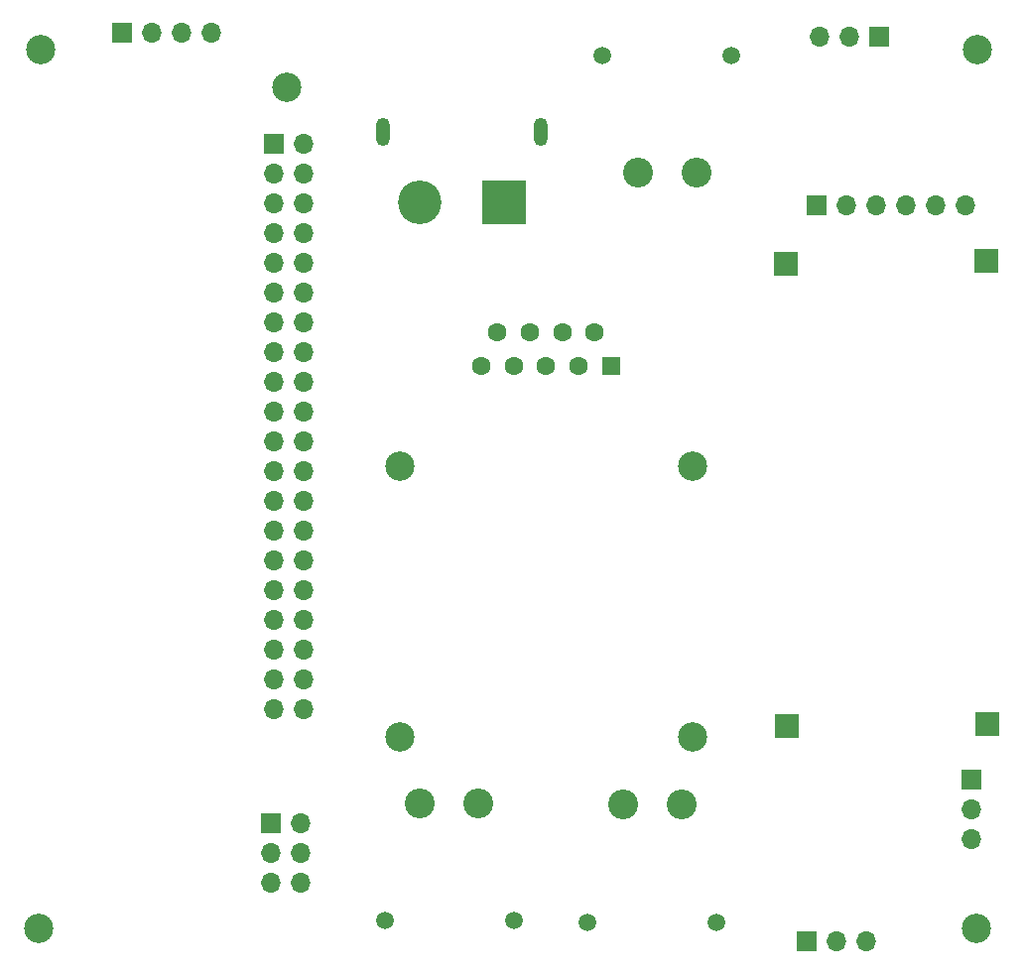
<source format=gbr>
%TF.GenerationSoftware,KiCad,Pcbnew,6.0.8-f2edbf62ab~116~ubuntu22.04.1*%
%TF.CreationDate,2022-11-03T19:19:17-04:00*%
%TF.ProjectId,MJBOTS-CubeSat,4d4a424f-5453-42d4-9375-62655361742e,rev?*%
%TF.SameCoordinates,Original*%
%TF.FileFunction,Soldermask,Top*%
%TF.FilePolarity,Negative*%
%FSLAX46Y46*%
G04 Gerber Fmt 4.6, Leading zero omitted, Abs format (unit mm)*
G04 Created by KiCad (PCBNEW 6.0.8-f2edbf62ab~116~ubuntu22.04.1) date 2022-11-03 19:19:17*
%MOMM*%
%LPD*%
G01*
G04 APERTURE LIST*
%ADD10C,2.500000*%
%ADD11R,1.600000X1.600000*%
%ADD12C,1.600000*%
%ADD13C,2.550000*%
%ADD14C,1.500000*%
%ADD15R,1.700000X1.700000*%
%ADD16O,1.700000X1.700000*%
%ADD17R,3.716000X3.716000*%
%ADD18C,3.716000*%
%ADD19O,1.200000X2.400000*%
%ADD20R,2.000000X2.000000*%
G04 APERTURE END LIST*
D10*
%TO.C,H7*%
X129700000Y-107700000D03*
%TD*%
%TO.C,H8*%
X154700000Y-107700000D03*
%TD*%
D11*
%TO.C,J4*%
X147700000Y-76000000D03*
D12*
X144930000Y-76000000D03*
X142160000Y-76000000D03*
X139390000Y-76000000D03*
X136620000Y-76000000D03*
X146315000Y-73160000D03*
X143545000Y-73160000D03*
X140775000Y-73160000D03*
X138005000Y-73160000D03*
%TD*%
D13*
%TO.C,J9*%
X150000000Y-59512000D03*
X155000000Y-59512000D03*
D14*
X158000000Y-49512000D03*
X147000000Y-49512000D03*
%TD*%
D15*
%TO.C,J1*%
X118725000Y-115075000D03*
D16*
X121265000Y-115075000D03*
X118725000Y-117615000D03*
X121265000Y-117615000D03*
X118725000Y-120155000D03*
X121265000Y-120155000D03*
%TD*%
D15*
%TO.C,J2*%
X165250000Y-62300000D03*
D16*
X167790000Y-62300000D03*
X170330000Y-62300000D03*
X172870000Y-62300000D03*
X175410000Y-62300000D03*
X177950000Y-62300000D03*
%TD*%
D17*
%TO.C,J7*%
X138600000Y-62065750D03*
D18*
X131400000Y-62065750D03*
D19*
X141750000Y-56065750D03*
X128250000Y-56065750D03*
%TD*%
D20*
%TO.C,U1*%
X162750000Y-106750000D03*
X179850000Y-106600000D03*
X162602000Y-67314000D03*
X179750000Y-67050000D03*
%TD*%
D15*
%TO.C,J6*%
X164375000Y-125100000D03*
D16*
X166915000Y-125100000D03*
X169455000Y-125100000D03*
%TD*%
D15*
%TO.C,J11*%
X106000000Y-47600000D03*
D16*
X108540000Y-47600000D03*
X111080000Y-47600000D03*
X113620000Y-47600000D03*
%TD*%
D10*
%TO.C,H8*%
X154700000Y-84600000D03*
%TD*%
D15*
%TO.C,J3*%
X118925000Y-57075000D03*
D16*
X121465000Y-57075000D03*
X118925000Y-59615000D03*
X121465000Y-59615000D03*
X118925000Y-62155000D03*
X121465000Y-62155000D03*
X118925000Y-64695000D03*
X121465000Y-64695000D03*
X118925000Y-67235000D03*
X121465000Y-67235000D03*
X118925000Y-69775000D03*
X121465000Y-69775000D03*
X118925000Y-72315000D03*
X121465000Y-72315000D03*
X118925000Y-74855000D03*
X121465000Y-74855000D03*
X118925000Y-77395000D03*
X121465000Y-77395000D03*
X118925000Y-79935000D03*
X121465000Y-79935000D03*
X118925000Y-82475000D03*
X121465000Y-82475000D03*
X118925000Y-85015000D03*
X121465000Y-85015000D03*
X118925000Y-87555000D03*
X121465000Y-87555000D03*
X118925000Y-90095000D03*
X121465000Y-90095000D03*
X118925000Y-92635000D03*
X121465000Y-92635000D03*
X118925000Y-95175000D03*
X121465000Y-95175000D03*
X118925000Y-97715000D03*
X121465000Y-97715000D03*
X118925000Y-100255000D03*
X121465000Y-100255000D03*
X118925000Y-102795000D03*
X121465000Y-102795000D03*
X118925000Y-105335000D03*
X121465000Y-105335000D03*
%TD*%
D10*
%TO.C,H7*%
X129700000Y-84600000D03*
%TD*%
%TO.C,H2*%
X179000000Y-49000000D03*
%TD*%
%TO.C,H3*%
X98900000Y-124000000D03*
%TD*%
D15*
%TO.C,J12*%
X178500000Y-111375000D03*
D16*
X178500000Y-113915000D03*
X178500000Y-116455000D03*
%TD*%
D13*
%TO.C,J8*%
X153700000Y-113488000D03*
X148700000Y-113488000D03*
D14*
X145700000Y-123488000D03*
X156700000Y-123488000D03*
%TD*%
D15*
%TO.C,J5*%
X170600000Y-47900000D03*
D16*
X168060000Y-47900000D03*
X165520000Y-47900000D03*
%TD*%
D10*
%TO.C,H1*%
X178900000Y-124000000D03*
%TD*%
%TO.C,H4*%
X99000000Y-49000000D03*
%TD*%
D13*
%TO.C,J10*%
X136400000Y-113388000D03*
X131400000Y-113388000D03*
D14*
X128400000Y-123388000D03*
X139400000Y-123388000D03*
%TD*%
D10*
%TO.C,H6*%
X120000000Y-52250000D03*
%TD*%
M02*

</source>
